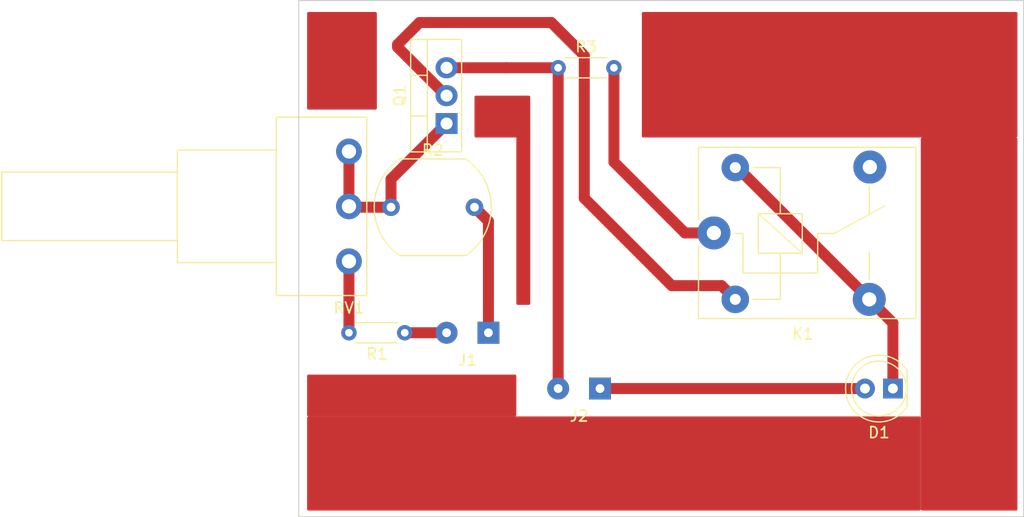
<source format=kicad_pcb>
(kicad_pcb (version 20171130) (host pcbnew 5.1.4-e60b266~84~ubuntu18.04.1)

  (general
    (thickness 1.6)
    (drawings 4)
    (tracks 33)
    (zones 0)
    (modules 9)
    (nets 11)
  )

  (page A4)
  (layers
    (0 F.Cu signal)
    (31 B.Cu signal)
    (32 B.Adhes user)
    (33 F.Adhes user)
    (34 B.Paste user)
    (35 F.Paste user)
    (36 B.SilkS user)
    (37 F.SilkS user)
    (38 B.Mask user)
    (39 F.Mask user)
    (40 Dwgs.User user)
    (41 Cmts.User user)
    (42 Eco1.User user)
    (43 Eco2.User user)
    (44 Edge.Cuts user)
    (45 Margin user)
    (46 B.CrtYd user)
    (47 F.CrtYd user)
    (48 B.Fab user)
    (49 F.Fab user)
  )

  (setup
    (last_trace_width 0.25)
    (user_trace_width 1)
    (trace_clearance 0.2)
    (zone_clearance 0.508)
    (zone_45_only no)
    (trace_min 0.2)
    (via_size 0.8)
    (via_drill 0.4)
    (via_min_size 0.4)
    (via_min_drill 0.3)
    (user_via 1.5 1)
    (uvia_size 0.3)
    (uvia_drill 0.1)
    (uvias_allowed no)
    (uvia_min_size 0.2)
    (uvia_min_drill 0.1)
    (edge_width 0.05)
    (segment_width 0.2)
    (pcb_text_width 0.3)
    (pcb_text_size 1.5 1.5)
    (mod_edge_width 0.12)
    (mod_text_size 1 1)
    (mod_text_width 0.15)
    (pad_size 1.524 1.524)
    (pad_drill 0.762)
    (pad_to_mask_clearance 0.051)
    (solder_mask_min_width 0.25)
    (aux_axis_origin 0 0)
    (visible_elements 7FFFFFFF)
    (pcbplotparams
      (layerselection 0x010fc_ffffffff)
      (usegerberextensions false)
      (usegerberattributes false)
      (usegerberadvancedattributes false)
      (creategerberjobfile false)
      (excludeedgelayer true)
      (linewidth 0.100000)
      (plotframeref false)
      (viasonmask false)
      (mode 1)
      (useauxorigin false)
      (hpglpennumber 1)
      (hpglpenspeed 20)
      (hpglpendiameter 15.000000)
      (psnegative false)
      (psa4output false)
      (plotreference true)
      (plotvalue true)
      (plotinvisibletext false)
      (padsonsilk false)
      (subtractmaskfromsilk false)
      (outputformat 1)
      (mirror false)
      (drillshape 1)
      (scaleselection 1)
      (outputdirectory ""))
  )

  (net 0 "")
  (net 1 "Net-(D1-Pad2)")
  (net 2 "Net-(D1-Pad1)")
  (net 3 "Net-(J1-Pad2)")
  (net 4 "Net-(J1-Pad1)")
  (net 5 "Net-(J2-Pad2)")
  (net 6 "Net-(K1-Pad1)")
  (net 7 "Net-(K1-Pad4)")
  (net 8 "Net-(K1-Pad2)")
  (net 9 "Net-(Q1-Pad1)")
  (net 10 "Net-(R1-Pad2)")

  (net_class Default "This is the default net class."
    (clearance 0.2)
    (trace_width 0.25)
    (via_dia 0.8)
    (via_drill 0.4)
    (uvia_dia 0.3)
    (uvia_drill 0.1)
    (add_net "Net-(D1-Pad1)")
    (add_net "Net-(D1-Pad2)")
    (add_net "Net-(J1-Pad1)")
    (add_net "Net-(J1-Pad2)")
    (add_net "Net-(J2-Pad2)")
    (add_net "Net-(K1-Pad1)")
    (add_net "Net-(K1-Pad2)")
    (add_net "Net-(K1-Pad4)")
    (add_net "Net-(Q1-Pad1)")
    (add_net "Net-(R1-Pad2)")
  )

  (module LED_THT:LED_D5.0mm_FlatTop (layer F.Cu) (tedit 5880A862) (tstamp 5DC1F608)
    (at 165.1 100.33 180)
    (descr "LED, Round, FlatTop, diameter 5.0mm, 2 pins, http://www.kingbright.com/attachments/file/psearch/000/00/00/L-483GDT(Ver.15B).pdf")
    (tags "LED Round FlatTop diameter 5.0mm 2 pins")
    (path /5DC453AD)
    (fp_text reference D1 (at 1.27 -4.01) (layer F.SilkS)
      (effects (font (size 1 1) (thickness 0.15)))
    )
    (fp_text value LED (at 1.27 4.01) (layer F.Fab)
      (effects (font (size 1 1) (thickness 0.15)))
    )
    (fp_line (start 4.55 -3.3) (end -2 -3.3) (layer F.CrtYd) (width 0.05))
    (fp_line (start 4.55 3.3) (end 4.55 -3.3) (layer F.CrtYd) (width 0.05))
    (fp_line (start -2 3.3) (end 4.55 3.3) (layer F.CrtYd) (width 0.05))
    (fp_line (start -2 -3.3) (end -2 3.3) (layer F.CrtYd) (width 0.05))
    (fp_line (start -1.29 -1.64) (end -1.29 1.64) (layer F.SilkS) (width 0.12))
    (fp_line (start -1.23 -1.566046) (end -1.23 1.566046) (layer F.Fab) (width 0.1))
    (fp_circle (center 1.27 0) (end 3.77 0) (layer F.SilkS) (width 0.12))
    (fp_circle (center 1.27 0) (end 3.77 0) (layer F.Fab) (width 0.1))
    (fp_arc (start 1.27 0) (end -1.29 1.639512) (angle -147.4) (layer F.SilkS) (width 0.12))
    (fp_arc (start 1.27 0) (end -1.29 -1.639512) (angle 147.4) (layer F.SilkS) (width 0.12))
    (fp_arc (start 1.27 0) (end -1.23 -1.566046) (angle 295.9) (layer F.Fab) (width 0.1))
    (pad 2 thru_hole circle (at 2.54 0 180) (size 1.8 1.8) (drill 0.9) (layers *.Cu *.Mask)
      (net 1 "Net-(D1-Pad2)"))
    (pad 1 thru_hole rect (at 0 0 180) (size 1.8 1.8) (drill 0.9) (layers *.Cu *.Mask)
      (net 2 "Net-(D1-Pad1)"))
    (model ${KISYS3DMOD}/LED_THT.3dshapes/LED_D5.0mm_FlatTop.wrl
      (at (xyz 0 0 0))
      (scale (xyz 1 1 1))
      (rotate (xyz 0 0 0))
    )
  )

  (module Relay_THT:Relay_SPDT_SANYOU_SRD_Series_Form_C (layer F.Cu) (tedit 58FA3148) (tstamp 5DC1F647)
    (at 148.8 86.16)
    (descr "relay Sanyou SRD series Form C http://www.sanyourelay.ca/public/products/pdf/SRD.pdf")
    (tags "relay Sanyu SRD form C")
    (path /5DC44831)
    (fp_text reference K1 (at 8.1 9.2) (layer F.SilkS)
      (effects (font (size 1 1) (thickness 0.15)))
    )
    (fp_text value SANYOU_SRD_Form_C (at 8 -9.6) (layer F.Fab)
      (effects (font (size 1 1) (thickness 0.15)))
    )
    (fp_line (start 8.05 1.85) (end 4.05 1.85) (layer F.SilkS) (width 0.12))
    (fp_line (start 8.05 -1.75) (end 8.05 1.85) (layer F.SilkS) (width 0.12))
    (fp_line (start 4.05 -1.75) (end 8.05 -1.75) (layer F.SilkS) (width 0.12))
    (fp_line (start 4.05 1.85) (end 4.05 -1.75) (layer F.SilkS) (width 0.12))
    (fp_line (start 8.05 1.85) (end 4.05 -1.75) (layer F.SilkS) (width 0.12))
    (fp_line (start 6.05 1.85) (end 6.05 6.05) (layer F.SilkS) (width 0.12))
    (fp_line (start 6.05 -5.95) (end 6.05 -1.75) (layer F.SilkS) (width 0.12))
    (fp_line (start 2.65 0.05) (end 2.65 3.65) (layer F.SilkS) (width 0.12))
    (fp_line (start 9.45 0.05) (end 9.45 3.65) (layer F.SilkS) (width 0.12))
    (fp_line (start 9.45 3.65) (end 2.65 3.65) (layer F.SilkS) (width 0.12))
    (fp_line (start 10.95 0.05) (end 15.55 -2.45) (layer F.SilkS) (width 0.12))
    (fp_line (start 9.45 0.05) (end 10.95 0.05) (layer F.SilkS) (width 0.12))
    (fp_line (start 6.05 -5.95) (end 3.55 -5.95) (layer F.SilkS) (width 0.12))
    (fp_line (start 2.65 0.05) (end 1.85 0.05) (layer F.SilkS) (width 0.12))
    (fp_line (start 3.55 6.05) (end 6.05 6.05) (layer F.SilkS) (width 0.12))
    (fp_line (start 14.15 -4.2) (end 14.15 -1.7) (layer F.SilkS) (width 0.12))
    (fp_line (start 14.15 4.2) (end 14.15 1.75) (layer F.SilkS) (width 0.12))
    (fp_line (start -1.55 7.95) (end 18.55 7.95) (layer F.CrtYd) (width 0.05))
    (fp_line (start 18.55 -7.95) (end 18.55 7.95) (layer F.CrtYd) (width 0.05))
    (fp_line (start -1.55 7.95) (end -1.55 -7.95) (layer F.CrtYd) (width 0.05))
    (fp_line (start 18.55 -7.95) (end -1.55 -7.95) (layer F.CrtYd) (width 0.05))
    (fp_text user %R (at 7.1 0.025) (layer F.Fab)
      (effects (font (size 1 1) (thickness 0.15)))
    )
    (fp_line (start -1.3 7.7) (end -1.3 -7.7) (layer F.Fab) (width 0.12))
    (fp_line (start 18.3 7.7) (end -1.3 7.7) (layer F.Fab) (width 0.12))
    (fp_line (start 18.3 -7.7) (end 18.3 7.7) (layer F.Fab) (width 0.12))
    (fp_line (start -1.3 -7.7) (end 18.3 -7.7) (layer F.Fab) (width 0.12))
    (fp_text user 1 (at 0 -2.3) (layer F.Fab)
      (effects (font (size 1 1) (thickness 0.15)))
    )
    (fp_line (start 18.4 7.8) (end -1.4 7.8) (layer F.SilkS) (width 0.12))
    (fp_line (start 18.4 -7.8) (end 18.4 7.8) (layer F.SilkS) (width 0.12))
    (fp_line (start -1.4 -7.8) (end 18.4 -7.8) (layer F.SilkS) (width 0.12))
    (fp_line (start -1.4 -7.8) (end -1.4 -1.2) (layer F.SilkS) (width 0.12))
    (fp_line (start -1.4 1.2) (end -1.4 7.8) (layer F.SilkS) (width 0.12))
    (pad 1 thru_hole circle (at 0 0 90) (size 3 3) (drill 1.3) (layers *.Cu *.Mask)
      (net 6 "Net-(K1-Pad1)"))
    (pad 5 thru_hole circle (at 1.95 -5.95 90) (size 2.5 2.5) (drill 1) (layers *.Cu *.Mask)
      (net 2 "Net-(D1-Pad1)"))
    (pad 4 thru_hole circle (at 14.2 -6 90) (size 3 3) (drill 1.3) (layers *.Cu *.Mask)
      (net 7 "Net-(K1-Pad4)"))
    (pad 3 thru_hole circle (at 14.15 6.05 90) (size 3 3) (drill 1.3) (layers *.Cu *.Mask)
      (net 2 "Net-(D1-Pad1)"))
    (pad 2 thru_hole circle (at 1.95 6.05 90) (size 2.5 2.5) (drill 1) (layers *.Cu *.Mask)
      (net 8 "Net-(K1-Pad2)"))
    (model ${KISYS3DMOD}/Relay_THT.3dshapes/Relay_SPDT_SANYOU_SRD_Series_Form_C.wrl
      (at (xyz 0 0 0))
      (scale (xyz 1 1 1))
      (rotate (xyz 0 0 0))
    )
  )

  (module Potentiometer_THT:Potentiometer_Piher_PC-16_Single_Horizontal (layer F.Cu) (tedit 5A3D4993) (tstamp 5DC1F6CB)
    (at 115.57 78.74 180)
    (descr "Potentiometer, horizontal, Piher PC-16 Single, http://www.piher-nacesa.com/pdf/20-PC16v03.pdf")
    (tags "Potentiometer horizontal Piher PC-16 Single")
    (path /5DC43109)
    (fp_text reference RV1 (at 0 -14.25) (layer F.SilkS)
      (effects (font (size 1 1) (thickness 0.15)))
    )
    (fp_text value R_POT_TRIM (at 0 4.25) (layer F.Fab)
      (effects (font (size 1 1) (thickness 0.15)))
    )
    (fp_text user %R (at 2.5 -5) (layer F.Fab)
      (effects (font (size 1 1) (thickness 0.15)))
    )
    (fp_line (start 31.75 -13.25) (end -1.75 -13.25) (layer F.CrtYd) (width 0.05))
    (fp_line (start 31.75 3.25) (end 31.75 -13.25) (layer F.CrtYd) (width 0.05))
    (fp_line (start -1.75 3.25) (end 31.75 3.25) (layer F.CrtYd) (width 0.05))
    (fp_line (start -1.75 -13.25) (end -1.75 3.25) (layer F.CrtYd) (width 0.05))
    (fp_line (start 31.62 -8.12) (end 31.62 -1.879) (layer F.SilkS) (width 0.12))
    (fp_line (start 15.62 -8.12) (end 15.62 -1.879) (layer F.SilkS) (width 0.12))
    (fp_line (start 15.62 -1.879) (end 31.62 -1.879) (layer F.SilkS) (width 0.12))
    (fp_line (start 15.62 -8.12) (end 31.62 -8.12) (layer F.SilkS) (width 0.12))
    (fp_line (start 15.62 -10.12) (end 15.62 0.12) (layer F.SilkS) (width 0.12))
    (fp_line (start 6.62 -10.12) (end 6.62 0.12) (layer F.SilkS) (width 0.12))
    (fp_line (start 6.62 0.12) (end 15.62 0.12) (layer F.SilkS) (width 0.12))
    (fp_line (start 6.62 -10.12) (end 15.62 -10.12) (layer F.SilkS) (width 0.12))
    (fp_line (start 6.62 -13.12) (end 6.62 3.12) (layer F.SilkS) (width 0.12))
    (fp_line (start -1.62 -13.12) (end -1.62 3.12) (layer F.SilkS) (width 0.12))
    (fp_line (start -1.62 3.12) (end 6.62 3.12) (layer F.SilkS) (width 0.12))
    (fp_line (start -1.62 -13.12) (end 6.62 -13.12) (layer F.SilkS) (width 0.12))
    (fp_line (start 31.5 -8) (end 15.5 -8) (layer F.Fab) (width 0.1))
    (fp_line (start 31.5 -2) (end 31.5 -8) (layer F.Fab) (width 0.1))
    (fp_line (start 15.5 -2) (end 31.5 -2) (layer F.Fab) (width 0.1))
    (fp_line (start 15.5 -8) (end 15.5 -2) (layer F.Fab) (width 0.1))
    (fp_line (start 15.5 -10) (end 6.5 -10) (layer F.Fab) (width 0.1))
    (fp_line (start 15.5 0) (end 15.5 -10) (layer F.Fab) (width 0.1))
    (fp_line (start 6.5 0) (end 15.5 0) (layer F.Fab) (width 0.1))
    (fp_line (start 6.5 -10) (end 6.5 0) (layer F.Fab) (width 0.1))
    (fp_line (start 6.5 -13) (end -1.5 -13) (layer F.Fab) (width 0.1))
    (fp_line (start 6.5 3) (end 6.5 -13) (layer F.Fab) (width 0.1))
    (fp_line (start -1.5 3) (end 6.5 3) (layer F.Fab) (width 0.1))
    (fp_line (start -1.5 -13) (end -1.5 3) (layer F.Fab) (width 0.1))
    (pad 1 thru_hole circle (at 0 0 180) (size 2.34 2.34) (drill 1.3) (layers *.Cu *.Mask)
      (net 9 "Net-(Q1-Pad1)"))
    (pad 2 thru_hole circle (at 0 -5 180) (size 2.34 2.34) (drill 1.3) (layers *.Cu *.Mask)
      (net 9 "Net-(Q1-Pad1)"))
    (pad 3 thru_hole circle (at 0 -10 180) (size 2.34 2.34) (drill 1.3) (layers *.Cu *.Mask)
      (net 10 "Net-(R1-Pad2)"))
    (model ${KISYS3DMOD}/Potentiometer_THT.3dshapes/Potentiometer_Piher_PC-16_Single_Horizontal.wrl
      (at (xyz 0 0 0))
      (scale (xyz 1 1 1))
      (rotate (xyz 0 0 0))
    )
  )

  (module Resistor_THT:R_Axial_DIN0204_L3.6mm_D1.6mm_P5.08mm_Horizontal (layer F.Cu) (tedit 5AE5139B) (tstamp 5DC1F6A7)
    (at 134.62 71.12)
    (descr "Resistor, Axial_DIN0204 series, Axial, Horizontal, pin pitch=5.08mm, 0.167W, length*diameter=3.6*1.6mm^2, http://cdn-reichelt.de/documents/datenblatt/B400/1_4W%23YAG.pdf")
    (tags "Resistor Axial_DIN0204 series Axial Horizontal pin pitch 5.08mm 0.167W length 3.6mm diameter 1.6mm")
    (path /5DC45ED8)
    (fp_text reference R3 (at 2.54 -1.92) (layer F.SilkS)
      (effects (font (size 1 1) (thickness 0.15)))
    )
    (fp_text value R (at 2.54 1.92) (layer F.Fab)
      (effects (font (size 1 1) (thickness 0.15)))
    )
    (fp_text user %R (at 2.54 0) (layer F.Fab)
      (effects (font (size 0.72 0.72) (thickness 0.108)))
    )
    (fp_line (start 6.03 -1.05) (end -0.95 -1.05) (layer F.CrtYd) (width 0.05))
    (fp_line (start 6.03 1.05) (end 6.03 -1.05) (layer F.CrtYd) (width 0.05))
    (fp_line (start -0.95 1.05) (end 6.03 1.05) (layer F.CrtYd) (width 0.05))
    (fp_line (start -0.95 -1.05) (end -0.95 1.05) (layer F.CrtYd) (width 0.05))
    (fp_line (start 0.62 0.92) (end 4.46 0.92) (layer F.SilkS) (width 0.12))
    (fp_line (start 0.62 -0.92) (end 4.46 -0.92) (layer F.SilkS) (width 0.12))
    (fp_line (start 5.08 0) (end 4.34 0) (layer F.Fab) (width 0.1))
    (fp_line (start 0 0) (end 0.74 0) (layer F.Fab) (width 0.1))
    (fp_line (start 4.34 -0.8) (end 0.74 -0.8) (layer F.Fab) (width 0.1))
    (fp_line (start 4.34 0.8) (end 4.34 -0.8) (layer F.Fab) (width 0.1))
    (fp_line (start 0.74 0.8) (end 4.34 0.8) (layer F.Fab) (width 0.1))
    (fp_line (start 0.74 -0.8) (end 0.74 0.8) (layer F.Fab) (width 0.1))
    (pad 2 thru_hole oval (at 5.08 0) (size 1.4 1.4) (drill 0.7) (layers *.Cu *.Mask)
      (net 6 "Net-(K1-Pad1)"))
    (pad 1 thru_hole circle (at 0 0) (size 1.4 1.4) (drill 0.7) (layers *.Cu *.Mask)
      (net 5 "Net-(J2-Pad2)"))
    (model ${KISYS3DMOD}/Resistor_THT.3dshapes/R_Axial_DIN0204_L3.6mm_D1.6mm_P5.08mm_Horizontal.wrl
      (at (xyz 0 0 0))
      (scale (xyz 1 1 1))
      (rotate (xyz 0 0 0))
    )
  )

  (module OptoDevice:R_LDR_10x8.5mm_P7.6mm_Vertical (layer F.Cu) (tedit 5B860466) (tstamp 5DC1F694)
    (at 119.4 83.82)
    (descr "Resistor, LDR 10x8.5mm")
    (tags "Resistor LDR10.8.5mm")
    (path /5DC4355F)
    (fp_text reference R2 (at 3.8 -5.2) (layer F.SilkS)
      (effects (font (size 1 1) (thickness 0.15)))
    )
    (fp_text value LDR03 (at 3.7 5.2) (layer F.Fab)
      (effects (font (size 1 1) (thickness 0.15)))
    )
    (fp_arc (start 3.8 0) (end 0.8 4.25) (angle 109) (layer F.Fab) (width 0.1))
    (fp_arc (start 3.8 0) (end 6.8 -4.25) (angle 109) (layer F.Fab) (width 0.1))
    (fp_arc (start 3.8 0) (end 6.8 -4.4) (angle 111) (layer F.SilkS) (width 0.12))
    (fp_arc (start 3.8 0) (end 0.8 4.4) (angle 111) (layer F.SilkS) (width 0.12))
    (fp_line (start 9.25 4.5) (end -1.65 4.5) (layer F.CrtYd) (width 0.05))
    (fp_line (start 9.25 4.5) (end 9.25 -4.5) (layer F.CrtYd) (width 0.05))
    (fp_line (start -1.65 -4.5) (end -1.65 4.5) (layer F.CrtYd) (width 0.05))
    (fp_line (start -1.65 -4.5) (end 9.25 -4.5) (layer F.CrtYd) (width 0.05))
    (fp_line (start 0.8 -4.25) (end 6.8 -4.25) (layer F.Fab) (width 0.1))
    (fp_line (start 6.8 4.25) (end 0.8 4.25) (layer F.Fab) (width 0.1))
    (fp_line (start 2.9 1.8) (end 4.7 1.8) (layer F.Fab) (width 0.1))
    (fp_line (start 2.9 1.2) (end 2.9 1.8) (layer F.Fab) (width 0.1))
    (fp_line (start 4.7 1.2) (end 2.9 1.2) (layer F.Fab) (width 0.1))
    (fp_line (start 4.7 0.6) (end 4.7 1.2) (layer F.Fab) (width 0.1))
    (fp_line (start 2.9 0.6) (end 4.7 0.6) (layer F.Fab) (width 0.1))
    (fp_line (start 2.9 0) (end 2.9 0.6) (layer F.Fab) (width 0.1))
    (fp_line (start 4.7 0) (end 2.9 0) (layer F.Fab) (width 0.1))
    (fp_line (start 4.7 -0.6) (end 4.7 0) (layer F.Fab) (width 0.1))
    (fp_line (start 2.9 -0.6) (end 4.7 -0.6) (layer F.Fab) (width 0.1))
    (fp_line (start 2.9 -1.2) (end 2.9 -0.6) (layer F.Fab) (width 0.1))
    (fp_line (start 4.7 -1.2) (end 2.9 -1.2) (layer F.Fab) (width 0.1))
    (fp_line (start 4.7 -1.8) (end 4.7 -1.2) (layer F.Fab) (width 0.1))
    (fp_line (start 2.9 -1.8) (end 4.7 -1.8) (layer F.Fab) (width 0.1))
    (fp_line (start 0.8 -4.4) (end 6.8 -4.4) (layer F.SilkS) (width 0.12))
    (fp_line (start 0.8 4.4) (end 6.8 4.4) (layer F.SilkS) (width 0.12))
    (fp_text user %R (at 3.8 -2.5) (layer F.Fab)
      (effects (font (size 1 1) (thickness 0.15)))
    )
    (pad 2 thru_hole circle (at 7.6 0) (size 1.6 1.6) (drill 0.8) (layers *.Cu *.Mask)
      (net 4 "Net-(J1-Pad1)"))
    (pad 1 thru_hole circle (at 0 0) (size 1.6 1.6) (drill 0.8) (layers *.Cu *.Mask)
      (net 9 "Net-(Q1-Pad1)"))
    (model ${KISYS3DMOD}/OptoDevice.3dshapes/R_LDR_10x8.5mm_P7.6mm_Vertical.wrl
      (at (xyz 0 0 0))
      (scale (xyz 1 1 1))
      (rotate (xyz 0 0 0))
    )
  )

  (module Resistor_THT:R_Axial_DIN0204_L3.6mm_D1.6mm_P5.08mm_Horizontal (layer F.Cu) (tedit 5AE5139B) (tstamp 5DC1F674)
    (at 120.65 95.25 180)
    (descr "Resistor, Axial_DIN0204 series, Axial, Horizontal, pin pitch=5.08mm, 0.167W, length*diameter=3.6*1.6mm^2, http://cdn-reichelt.de/documents/datenblatt/B400/1_4W%23YAG.pdf")
    (tags "Resistor Axial_DIN0204 series Axial Horizontal pin pitch 5.08mm 0.167W length 3.6mm diameter 1.6mm")
    (path /5DC42D3E)
    (fp_text reference R1 (at 2.54 -1.92) (layer F.SilkS)
      (effects (font (size 1 1) (thickness 0.15)))
    )
    (fp_text value R (at 2.54 1.92) (layer F.Fab)
      (effects (font (size 1 1) (thickness 0.15)))
    )
    (fp_text user %R (at 2.54 0) (layer F.Fab)
      (effects (font (size 0.72 0.72) (thickness 0.108)))
    )
    (fp_line (start 6.03 -1.05) (end -0.95 -1.05) (layer F.CrtYd) (width 0.05))
    (fp_line (start 6.03 1.05) (end 6.03 -1.05) (layer F.CrtYd) (width 0.05))
    (fp_line (start -0.95 1.05) (end 6.03 1.05) (layer F.CrtYd) (width 0.05))
    (fp_line (start -0.95 -1.05) (end -0.95 1.05) (layer F.CrtYd) (width 0.05))
    (fp_line (start 0.62 0.92) (end 4.46 0.92) (layer F.SilkS) (width 0.12))
    (fp_line (start 0.62 -0.92) (end 4.46 -0.92) (layer F.SilkS) (width 0.12))
    (fp_line (start 5.08 0) (end 4.34 0) (layer F.Fab) (width 0.1))
    (fp_line (start 0 0) (end 0.74 0) (layer F.Fab) (width 0.1))
    (fp_line (start 4.34 -0.8) (end 0.74 -0.8) (layer F.Fab) (width 0.1))
    (fp_line (start 4.34 0.8) (end 4.34 -0.8) (layer F.Fab) (width 0.1))
    (fp_line (start 0.74 0.8) (end 4.34 0.8) (layer F.Fab) (width 0.1))
    (fp_line (start 0.74 -0.8) (end 0.74 0.8) (layer F.Fab) (width 0.1))
    (pad 2 thru_hole oval (at 5.08 0 180) (size 1.4 1.4) (drill 0.7) (layers *.Cu *.Mask)
      (net 10 "Net-(R1-Pad2)"))
    (pad 1 thru_hole circle (at 0 0 180) (size 1.4 1.4) (drill 0.7) (layers *.Cu *.Mask)
      (net 3 "Net-(J1-Pad2)"))
    (model ${KISYS3DMOD}/Resistor_THT.3dshapes/R_Axial_DIN0204_L3.6mm_D1.6mm_P5.08mm_Horizontal.wrl
      (at (xyz 0 0 0))
      (scale (xyz 1 1 1))
      (rotate (xyz 0 0 0))
    )
  )

  (module Package_TO_SOT_THT:TO-220-3_Vertical (layer F.Cu) (tedit 5AC8BA0D) (tstamp 5DC1F661)
    (at 124.46 76.2 90)
    (descr "TO-220-3, Vertical, RM 2.54mm, see https://www.vishay.com/docs/66542/to-220-1.pdf")
    (tags "TO-220-3 Vertical RM 2.54mm")
    (path /5DC41ED4)
    (fp_text reference Q1 (at 2.54 -4.27 90) (layer F.SilkS)
      (effects (font (size 1 1) (thickness 0.15)))
    )
    (fp_text value TIP120 (at 2.54 2.5 90) (layer F.Fab)
      (effects (font (size 1 1) (thickness 0.15)))
    )
    (fp_text user %R (at 2.54 -4.27 90) (layer F.Fab)
      (effects (font (size 1 1) (thickness 0.15)))
    )
    (fp_line (start 7.79 -3.4) (end -2.71 -3.4) (layer F.CrtYd) (width 0.05))
    (fp_line (start 7.79 1.51) (end 7.79 -3.4) (layer F.CrtYd) (width 0.05))
    (fp_line (start -2.71 1.51) (end 7.79 1.51) (layer F.CrtYd) (width 0.05))
    (fp_line (start -2.71 -3.4) (end -2.71 1.51) (layer F.CrtYd) (width 0.05))
    (fp_line (start 4.391 -3.27) (end 4.391 -1.76) (layer F.SilkS) (width 0.12))
    (fp_line (start 0.69 -3.27) (end 0.69 -1.76) (layer F.SilkS) (width 0.12))
    (fp_line (start -2.58 -1.76) (end 7.66 -1.76) (layer F.SilkS) (width 0.12))
    (fp_line (start 7.66 -3.27) (end 7.66 1.371) (layer F.SilkS) (width 0.12))
    (fp_line (start -2.58 -3.27) (end -2.58 1.371) (layer F.SilkS) (width 0.12))
    (fp_line (start -2.58 1.371) (end 7.66 1.371) (layer F.SilkS) (width 0.12))
    (fp_line (start -2.58 -3.27) (end 7.66 -3.27) (layer F.SilkS) (width 0.12))
    (fp_line (start 4.39 -3.15) (end 4.39 -1.88) (layer F.Fab) (width 0.1))
    (fp_line (start 0.69 -3.15) (end 0.69 -1.88) (layer F.Fab) (width 0.1))
    (fp_line (start -2.46 -1.88) (end 7.54 -1.88) (layer F.Fab) (width 0.1))
    (fp_line (start 7.54 -3.15) (end -2.46 -3.15) (layer F.Fab) (width 0.1))
    (fp_line (start 7.54 1.25) (end 7.54 -3.15) (layer F.Fab) (width 0.1))
    (fp_line (start -2.46 1.25) (end 7.54 1.25) (layer F.Fab) (width 0.1))
    (fp_line (start -2.46 -3.15) (end -2.46 1.25) (layer F.Fab) (width 0.1))
    (pad 3 thru_hole oval (at 5.08 0 90) (size 1.905 2) (drill 1.1) (layers *.Cu *.Mask)
      (net 5 "Net-(J2-Pad2)"))
    (pad 2 thru_hole oval (at 2.54 0 90) (size 1.905 2) (drill 1.1) (layers *.Cu *.Mask)
      (net 8 "Net-(K1-Pad2)"))
    (pad 1 thru_hole rect (at 0 0 90) (size 1.905 2) (drill 1.1) (layers *.Cu *.Mask)
      (net 9 "Net-(Q1-Pad1)"))
    (model ${KISYS3DMOD}/Package_TO_SOT_THT.3dshapes/TO-220-3_Vertical.wrl
      (at (xyz 0 0 0))
      (scale (xyz 1 1 1))
      (rotate (xyz 0 0 0))
    )
  )

  (module Connector_Wire:SolderWirePad_1x02_P3.81mm_Drill0.8mm (layer F.Cu) (tedit 5AEE54BF) (tstamp 5DC1F61E)
    (at 138.43 100.33 180)
    (descr "Wire solder connection")
    (tags connector)
    (path /5DC5573B)
    (attr virtual)
    (fp_text reference J2 (at 1.905 -2.5) (layer F.SilkS)
      (effects (font (size 1 1) (thickness 0.15)))
    )
    (fp_text value Screw_Terminal_01x02 (at 1.905 2.54) (layer F.Fab)
      (effects (font (size 1 1) (thickness 0.15)))
    )
    (fp_line (start 5.31 1.5) (end -1.49 1.5) (layer F.CrtYd) (width 0.05))
    (fp_line (start 5.31 1.5) (end 5.31 -1.5) (layer F.CrtYd) (width 0.05))
    (fp_line (start -1.49 -1.5) (end -1.49 1.5) (layer F.CrtYd) (width 0.05))
    (fp_line (start -1.49 -1.5) (end 5.31 -1.5) (layer F.CrtYd) (width 0.05))
    (fp_text user %R (at 1.905 0) (layer F.Fab)
      (effects (font (size 1 1) (thickness 0.15)))
    )
    (pad 2 thru_hole circle (at 3.81 0 180) (size 1.99898 1.99898) (drill 0.8001) (layers *.Cu *.Mask)
      (net 5 "Net-(J2-Pad2)"))
    (pad 1 thru_hole rect (at 0 0 180) (size 1.99898 1.99898) (drill 0.8001) (layers *.Cu *.Mask)
      (net 1 "Net-(D1-Pad2)"))
  )

  (module Connector_Wire:SolderWirePad_1x02_P3.81mm_Drill0.8mm (layer F.Cu) (tedit 5AEE54BF) (tstamp 5DC1F613)
    (at 128.27 95.25 180)
    (descr "Wire solder connection")
    (tags connector)
    (path /5DC59C13)
    (attr virtual)
    (fp_text reference J1 (at 1.905 -2.5) (layer F.SilkS)
      (effects (font (size 1 1) (thickness 0.15)))
    )
    (fp_text value Screw_Terminal_01x02 (at 1.905 2.54) (layer F.Fab)
      (effects (font (size 1 1) (thickness 0.15)))
    )
    (fp_line (start 5.31 1.5) (end -1.49 1.5) (layer F.CrtYd) (width 0.05))
    (fp_line (start 5.31 1.5) (end 5.31 -1.5) (layer F.CrtYd) (width 0.05))
    (fp_line (start -1.49 -1.5) (end -1.49 1.5) (layer F.CrtYd) (width 0.05))
    (fp_line (start -1.49 -1.5) (end 5.31 -1.5) (layer F.CrtYd) (width 0.05))
    (fp_text user %R (at 1.905 0) (layer F.Fab)
      (effects (font (size 1 1) (thickness 0.15)))
    )
    (pad 2 thru_hole circle (at 3.81 0 180) (size 1.99898 1.99898) (drill 0.8001) (layers *.Cu *.Mask)
      (net 3 "Net-(J1-Pad2)"))
    (pad 1 thru_hole rect (at 0 0 180) (size 1.99898 1.99898) (drill 0.8001) (layers *.Cu *.Mask)
      (net 4 "Net-(J1-Pad1)"))
  )

  (gr_line (start 177 65) (end 111 65) (layer Edge.Cuts) (width 0.1))
  (gr_line (start 177 112) (end 177 65) (layer Edge.Cuts) (width 0.1))
  (gr_line (start 111 112) (end 177 112) (layer Edge.Cuts) (width 0.1))
  (gr_line (start 111 65) (end 111 112) (layer Edge.Cuts) (width 0.1))

  (segment (start 162.56 100.33) (end 138.43 100.33) (width 1) (layer F.Cu) (net 1))
  (segment (start 162.75 92.21) (end 162.95 92.21) (width 0.5) (layer F.Cu) (net 2))
  (segment (start 165.1 94.36) (end 162.95 92.21) (width 1) (layer F.Cu) (net 2))
  (segment (start 165.1 100.33) (end 165.1 94.36) (width 1) (layer F.Cu) (net 2))
  (segment (start 150.95 80.21) (end 150.75 80.21) (width 1) (layer F.Cu) (net 2))
  (segment (start 162.95 92.21) (end 150.95 80.21) (width 1) (layer F.Cu) (net 2))
  (segment (start 120.65 95.25) (end 124.46 95.25) (width 1) (layer F.Cu) (net 3))
  (segment (start 128.27 85.09) (end 127 83.82) (width 1) (layer F.Cu) (net 4))
  (segment (start 128.27 95.25) (end 128.27 85.09) (width 1) (layer F.Cu) (net 4))
  (segment (start 134.62 100.33) (end 134.62 71.12) (width 1) (layer F.Cu) (net 5))
  (segment (start 124.46 71.12) (end 129.88 71.12) (width 1) (layer F.Cu) (net 5))
  (segment (start 129.88 71.12) (end 134.62 71.12) (width 1) (layer F.Cu) (net 5))
  (segment (start 148.8 86.16) (end 146.16 86.16) (width 1) (layer F.Cu) (net 6))
  (segment (start 139.7 79.7) (end 139.7 71.12) (width 1) (layer F.Cu) (net 6))
  (segment (start 146.16 86.16) (end 139.7 79.7) (width 1) (layer F.Cu) (net 6))
  (segment (start 124.4125 73.66) (end 124.46 73.66) (width 1) (layer F.Cu) (net 8))
  (segment (start 120 69.2475) (end 124.4125 73.66) (width 1) (layer F.Cu) (net 8))
  (segment (start 149.500001 90.960001) (end 144.960001 90.960001) (width 1) (layer F.Cu) (net 8))
  (segment (start 144.960001 90.960001) (end 137 83) (width 1) (layer F.Cu) (net 8))
  (segment (start 137 83) (end 137 70) (width 1) (layer F.Cu) (net 8))
  (segment (start 150.75 92.21) (end 149.500001 90.960001) (width 1) (layer F.Cu) (net 8))
  (segment (start 122 67) (end 120 69) (width 1) (layer F.Cu) (net 8))
  (segment (start 134 67) (end 122 67) (width 1) (layer F.Cu) (net 8))
  (segment (start 120 69) (end 120 69.2475) (width 1) (layer F.Cu) (net 8))
  (segment (start 137 70) (end 134 67) (width 1) (layer F.Cu) (net 8))
  (segment (start 119.32 83.74) (end 119.4 83.82) (width 0.5) (layer F.Cu) (net 9))
  (segment (start 124.4125 76.2) (end 124.46 76.2) (width 0.5) (layer F.Cu) (net 9))
  (segment (start 115.57 78.74) (end 115.57 83.74) (width 1) (layer F.Cu) (net 9))
  (segment (start 115.65 83.82) (end 115.57 83.74) (width 1) (layer F.Cu) (net 9))
  (segment (start 119.4 83.82) (end 115.65 83.82) (width 1) (layer F.Cu) (net 9))
  (segment (start 119.4 81.26) (end 124.46 76.2) (width 1) (layer F.Cu) (net 9))
  (segment (start 119.4 83.82) (end 119.4 81.26) (width 1) (layer F.Cu) (net 9))
  (segment (start 115.57 88.74) (end 115.57 95.25) (width 1) (layer F.Cu) (net 10))

  (zone (net 0) (net_name "") (layer F.Cu) (tstamp 0) (hatch edge 0.508)
    (connect_pads (clearance 0.508))
    (min_thickness 0.254)
    (fill yes (arc_segments 32) (thermal_gap 0.508) (thermal_bridge_width 0.508))
    (polygon
      (pts
        (xy 142.24 66.04) (xy 176.53 66.04) (xy 176.53 77.47) (xy 142.24 77.47)
      )
    )
    (filled_polygon
      (pts
        (xy 176.315001 77.343) (xy 142.367 77.343) (xy 142.367 66.167) (xy 176.315001 66.167)
      )
    )
  )
  (zone (net 0) (net_name "") (layer F.Cu) (tstamp 0) (hatch edge 0.508)
    (connect_pads (clearance 0.508))
    (min_thickness 0.254)
    (fill yes (arc_segments 32) (thermal_gap 0.508) (thermal_bridge_width 0.508))
    (polygon
      (pts
        (xy 167.64 77.47) (xy 167.64 111.76) (xy 176.53 111.76) (xy 176.53 77.47)
      )
    )
    (filled_polygon
      (pts
        (xy 176.315 111.315) (xy 167.767 111.315) (xy 167.767 77.597) (xy 176.315001 77.597)
      )
    )
  )
  (zone (net 0) (net_name "") (layer F.Cu) (tstamp 0) (hatch edge 0.508)
    (connect_pads (clearance 0.508))
    (min_thickness 0.254)
    (fill yes (arc_segments 32) (thermal_gap 0.508) (thermal_bridge_width 0.508))
    (polygon
      (pts
        (xy 111.76 102.87) (xy 167.64 102.87) (xy 167.64 111.76) (xy 111.76 111.76)
      )
    )
    (filled_polygon
      (pts
        (xy 167.513 111.315) (xy 111.887 111.315) (xy 111.887 102.997) (xy 167.513 102.997)
      )
    )
  )
  (zone (net 0) (net_name "") (layer F.Cu) (tstamp 0) (hatch edge 0.508)
    (connect_pads (clearance 0.508))
    (min_thickness 0.254)
    (fill yes (arc_segments 32) (thermal_gap 0.508) (thermal_bridge_width 0.508))
    (polygon
      (pts
        (xy 130.81 102.87) (xy 130.81 99.06) (xy 111.76 99.06) (xy 111.76 102.87)
      )
    )
    (filled_polygon
      (pts
        (xy 130.683 102.743) (xy 111.887 102.743) (xy 111.887 99.187) (xy 130.683 99.187)
      )
    )
  )
  (zone (net 0) (net_name "") (layer F.Cu) (tstamp 0) (hatch edge 0.508)
    (connect_pads (clearance 0.508))
    (min_thickness 0.254)
    (fill yes (arc_segments 32) (thermal_gap 0.508) (thermal_bridge_width 0.508))
    (polygon
      (pts
        (xy 130.81 92.71) (xy 132.08 92.71) (xy 132.08 73.66) (xy 127 73.66) (xy 127 77.47)
        (xy 130.81 77.47)
      )
    )
    (filled_polygon
      (pts
        (xy 131.953 92.583) (xy 130.937 92.583) (xy 130.937 77.47) (xy 130.93456 77.445224) (xy 130.927333 77.421399)
        (xy 130.915597 77.399443) (xy 130.899803 77.380197) (xy 130.880557 77.364403) (xy 130.858601 77.352667) (xy 130.834776 77.34544)
        (xy 130.81 77.343) (xy 127.127 77.343) (xy 127.127 73.787) (xy 131.953 73.787)
      )
    )
  )
  (zone (net 0) (net_name "") (layer F.Cu) (tstamp 0) (hatch edge 0.508)
    (connect_pads (clearance 0.508))
    (min_thickness 0.254)
    (fill yes (arc_segments 32) (thermal_gap 0.508) (thermal_bridge_width 0.508))
    (polygon
      (pts
        (xy 118.11 66.04) (xy 118.11 74.93) (xy 111.76 74.93) (xy 111.76 66.04)
      )
    )
    (filled_polygon
      (pts
        (xy 117.983 74.803) (xy 111.887 74.803) (xy 111.887 66.167) (xy 117.983 66.167)
      )
    )
  )
)

</source>
